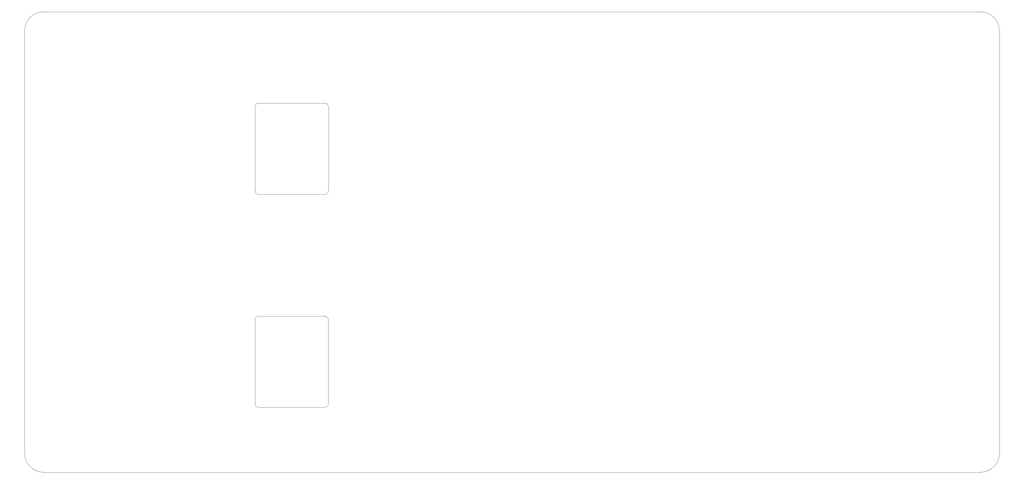
<source format=gbr>
%TF.GenerationSoftware,KiCad,Pcbnew,8.0.4-8.0.4-0~ubuntu22.04.1*%
%TF.CreationDate,2024-09-01T09:55:57+02:00*%
%TF.ProjectId,Forte_PA_Deck,466f7274-655f-4504-915f-4465636b2e6b,1.0*%
%TF.SameCoordinates,Original*%
%TF.FileFunction,Profile,NP*%
%FSLAX46Y46*%
G04 Gerber Fmt 4.6, Leading zero omitted, Abs format (unit mm)*
G04 Created by KiCad (PCBNEW 8.0.4-8.0.4-0~ubuntu22.04.1) date 2024-09-01 09:55:57*
%MOMM*%
%LPD*%
G01*
G04 APERTURE LIST*
%TA.AperFunction,Profile*%
%ADD10C,0.100000*%
%TD*%
G04 APERTURE END LIST*
D10*
X103792893Y-79000000D02*
G75*
G02*
X102792893Y-79999993I-999993J0D01*
G01*
X24000000Y-37000000D02*
G75*
G02*
X29000000Y-32000000I5000000J0D01*
G01*
X85478553Y-135950000D02*
G75*
G02*
X84478600Y-134950000I47J1000000D01*
G01*
X275000000Y-32000000D02*
G75*
G02*
X280000000Y-37000000I0J-5000000D01*
G01*
X102792893Y-56000000D02*
G75*
G02*
X103792900Y-57000000I7J-1000000D01*
G01*
X85478553Y-111950000D02*
X102771446Y-111950000D01*
X102792893Y-80000000D02*
X85500000Y-80000000D01*
X84500000Y-79000000D02*
X84500000Y-57000000D01*
X103771446Y-112950000D02*
X103771446Y-134950000D01*
X84500000Y-57000000D02*
G75*
G02*
X85500000Y-56000000I1000000J0D01*
G01*
X103792893Y-57000000D02*
X103792893Y-79000000D01*
X275000000Y-153000000D02*
X29000000Y-153000000D01*
X24000000Y-148000000D02*
X24000000Y-37000000D01*
X103771446Y-134950000D02*
G75*
G02*
X102771446Y-135950046I-1000046J0D01*
G01*
X29000000Y-32000000D02*
X275000000Y-32000000D01*
X85500000Y-80000000D02*
G75*
G02*
X84500000Y-79000000I0J1000000D01*
G01*
X85500000Y-56000000D02*
X102792893Y-56000000D01*
X102771446Y-135950000D02*
X85478553Y-135950000D01*
X84478553Y-134950000D02*
X84478553Y-112950000D01*
X280000000Y-37000000D02*
X280000000Y-148000000D01*
X84478553Y-112950000D02*
G75*
G02*
X85478553Y-111949953I1000047J0D01*
G01*
X102771446Y-111950000D02*
G75*
G02*
X103771500Y-112950000I54J-1000000D01*
G01*
X280000000Y-148000000D02*
G75*
G02*
X275000000Y-153000000I-5000000J0D01*
G01*
X29000000Y-153000000D02*
G75*
G02*
X24000000Y-148000000I0J5000000D01*
G01*
M02*

</source>
